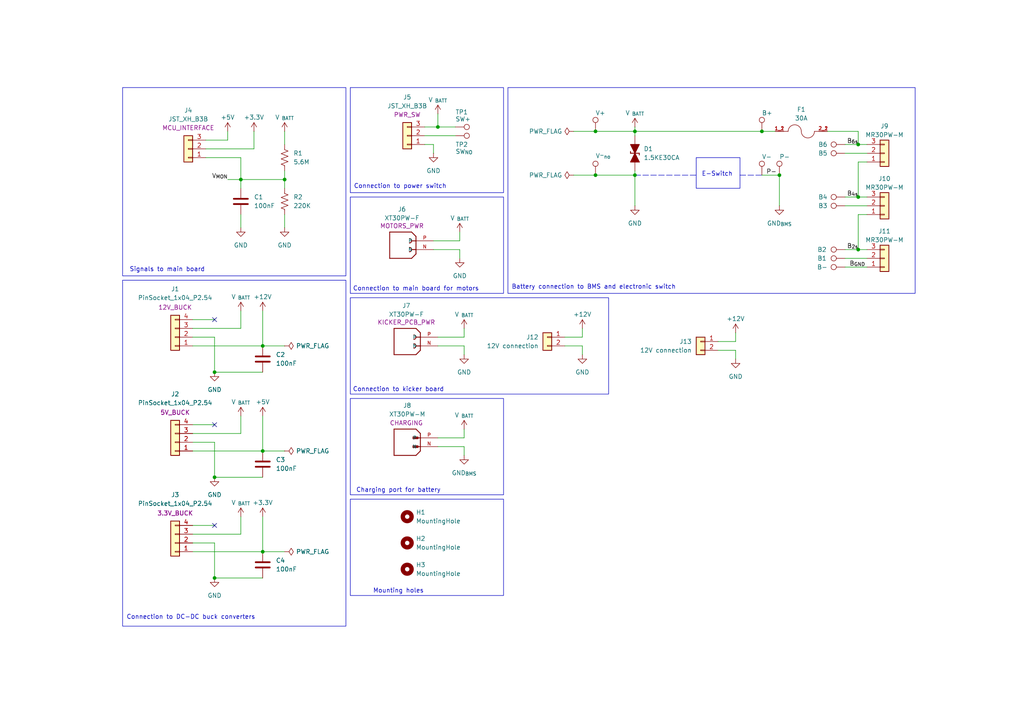
<source format=kicad_sch>
(kicad_sch (version 20250114) (generator "eeschema") (generator_version "9.0")
  (paper "A4")
  (title_block (title "SSL power board") (date "2025-10-02") (rev "V01") (company "Oxebots") (comment 1 "https://creativecommons.org/licenses/by/4.0/") (comment 2 "License: CC BY 4.0 ") (comment 3 "Author: Erick Suzart"))
  (lib_symbols
    (symbol "3557-10:3557-10" (pin_names (offset 1.016))
      (property "Reference" "F" (at -2.54 5.08 0))
      (property "Value" "3557-10" (at -2.54 -5.08 0))
      (symbol "3557-10_0_0"
        (polyline (pts (xy -5.08 0) (xy -3.81 0)) (stroke (width 0.1524)))
        (arc (start -3.81 0) (mid -1.905 1.8967) (end 0 0) (stroke (width 0.1524)))
        (arc (start 3.81 0) (mid 1.905 -1.8967) (end 0 0) (stroke (width 0.1524)))
        (polyline (pts (xy 5.08 0) (xy 3.81 0)) (stroke (width 0.1524)))
        (pin passive line (at -7.62 0 0) (length 2.54) (name "~") (number "1_1"))
        (pin passive line (at -7.62 0 0) (length 2.54) (name "~") (number "1_2"))
        (pin passive line (at 7.62 0 180) (length 2.54) (name "~") (number "2_1"))
        (pin passive line (at 7.62 0 180) (length 2.54) (name "~") (number "2_2"))
      )
    )
    (symbol "Connector:TestPoint" (pin_numbers (hide yes)) (pin_names (offset 0.762) (hide yes))
      (property "Reference" "TP" (at 0 6.858 0))
      (property "Value" "TestPoint" (at 0 5.08 0))
      (symbol "TestPoint_0_1"
        (circle (center 0 3.302) (radius 0.762))
      )
      (symbol "TestPoint_1_1"
        (pin passive line (at 0 0 90) (length 2.54) (name "1") (number "1"))
      )
    )
    (symbol "Connector_Generic:Conn_01x02" (pin_names (offset 1.016) (hide yes))
      (property "Reference" "J" (at 0 2.54 0))
      (property "Value" "Conn_01x02" (at 0 -5.08 0))
      (symbol "Conn_01x02_1_1"
        (rectangle (start -1.27 1.27) (end 1.27 -3.81) (stroke (width 0.254)) (fill (type background)))
        (rectangle (start -1.27 0.127) (end 0 -0.127) (stroke (width 0.1524)))
        (rectangle (start -1.27 -2.413) (end 0 -2.667) (stroke (width 0.1524)))
        (pin passive line (at -5.08 0 0) (length 3.81) (name "Pin_1") (number "1"))
        (pin passive line (at -5.08 -2.54 0) (length 3.81) (name "Pin_2") (number "2"))
      )
    )
    (symbol "Connector_Generic:Conn_01x03" (pin_names (offset 1.016) (hide yes))
      (property "Reference" "J" (at 0 5.08 0))
      (property "Value" "Conn_01x03" (at 0 -5.08 0))
      (symbol "Conn_01x03_1_1"
        (rectangle (start -1.27 3.81) (end 1.27 -3.81) (stroke (width 0.254)) (fill (type background)))
        (rectangle (start -1.27 2.667) (end 0 2.413) (stroke (width 0.1524)))
        (rectangle (start -1.27 0.127) (end 0 -0.127) (stroke (width 0.1524)))
        (rectangle (start -1.27 -2.413) (end 0 -2.667) (stroke (width 0.1524)))
        (pin passive line (at -5.08 2.54 0) (length 3.81) (name "Pin_1") (number "1"))
        (pin passive line (at -5.08 0 0) (length 3.81) (name "Pin_2") (number "2"))
        (pin passive line (at -5.08 -2.54 0) (length 3.81) (name "Pin_3") (number "3"))
      )
    )
    (symbol "Connector_Generic:Conn_01x04" (pin_names (offset 1.016) (hide yes))
      (property "Reference" "J" (at 0 5.08 0))
      (property "Value" "Conn_01x04" (at 0 -7.62 0))
      (symbol "Conn_01x04_1_1"
        (rectangle (start -1.27 3.81) (end 1.27 -6.35) (stroke (width 0.254)) (fill (type background)))
        (rectangle (start -1.27 2.667) (end 0 2.413) (stroke (width 0.1524)))
        (rectangle (start -1.27 0.127) (end 0 -0.127) (stroke (width 0.1524)))
        (rectangle (start -1.27 -2.413) (end 0 -2.667) (stroke (width 0.1524)))
        (rectangle (start -1.27 -4.953) (end 0 -5.207) (stroke (width 0.1524)))
        (pin passive line (at -5.08 2.54 0) (length 3.81) (name "Pin_1") (number "1"))
        (pin passive line (at -5.08 0 0) (length 3.81) (name "Pin_2") (number "2"))
        (pin passive line (at -5.08 -2.54 0) (length 3.81) (name "Pin_3") (number "3"))
        (pin passive line (at -5.08 -5.08 0) (length 3.81) (name "Pin_4") (number "4"))
      )
    )
    (symbol "Device:R_US" (pin_numbers (hide yes)) (pin_names (offset 0))
      (property "Reference" "R" (at 2.54 0 90))
      (property "Value" "R_US" (at -2.54 0 90))
      (symbol "R_US_0_1"
        (polyline (pts (xy 0 2.286) (xy 0 2.54)))
        (polyline (pts (xy 0 2.286) (xy 1.016 1.905) (xy 0 1.524) (xy -1.016 1.143) (xy 0 0.762)))
        (polyline (pts (xy 0 0.762) (xy 1.016 0.381) (xy 0 0) (xy -1.016 -0.381) (xy 0 -0.762)))
        (polyline (pts (xy 0 -0.762) (xy 1.016 -1.143) (xy 0 -1.524) (xy -1.016 -1.905) (xy 0 -2.286)))
        (polyline (pts (xy 0 -2.286) (xy 0 -2.54)))
      )
      (symbol "R_US_1_1"
        (pin passive line (at 0 3.81 270) (length 1.27) (name "~") (number "1"))
        (pin passive line (at 0 -3.81 90) (length 1.27) (name "~") (number "2"))
      )
    )
    (symbol "Mechanical:MountingHole" (pin_names (offset 1.016)) (in_bom no)
      (property "Reference" "H" (at 0 5.08 0))
      (property "Value" "MountingHole" (at 0 3.175 0))
      (symbol "MountingHole_0_1"
        (circle (center 0 0) (radius 1.27) (stroke (width 1.27)))
      )
    )
    (symbol "PCM_Capacitor_AKL:C_Generic" (pin_numbers (hide yes)) (pin_names (offset 0.254))
      (property "Reference" "C" (at 3.175 1.27 0))
      (property "Value" "C_Generic" (at 3.175 -1.27 0))
      (symbol "C_Generic_0_1"
        (polyline (pts (xy -2.032 0.762) (xy 2.032 0.762)) (stroke (width 0.508)))
        (polyline (pts (xy -2.032 -0.762) (xy 2.032 -0.762)) (stroke (width 0.508)))
      )
      (symbol "C_Generic_0_2"
        (polyline (pts (xy -2.54 -2.54) (xy -0.381 -0.381)))
        (polyline (pts (xy -0.508 -0.508) (xy -1.651 0.635)) (stroke (width 0.508)))
        (polyline (pts (xy -0.508 -0.508) (xy 0.635 -1.651)) (stroke (width 0.508)))
        (polyline (pts (xy 0.381 0.381) (xy 2.54 2.54)))
        (polyline (pts (xy 0.508 0.508) (xy -0.635 1.651)) (stroke (width 0.508)))
        (polyline (pts (xy 0.508 0.508) (xy 1.651 -0.635)) (stroke (width 0.508)))
      )
      (symbol "C_Generic_1_1"
        (pin passive line (at 0 3.81 270) (length 2.794) (name "~") (number "1"))
        (pin passive line (at 0 -3.81 90) (length 2.794) (name "~") (number "2"))
      )
      (symbol "C_Generic_1_2"
        (pin passive line (at -2.54 -2.54 90) (length 0) (name "~") (number "2"))
        (pin passive line (at 2.54 2.54 270) (length 0) (name "~") (number "1"))
      )
    )
    (symbol "PCM_Diode_TVS_AKL:1.5KE30CA" (pin_numbers (hide yes)) (pin_names (offset 1.016) (hide yes))
      (property "Reference" "D" (at 0 5.08 0))
      (property "Value" "1.5KE30CA" (at 0 2.54 0))
      (symbol "1.5KE30CA_0_1"
        (polyline (pts (xy 0 1.27) (xy 0 -1.27)) (stroke (width 0.254)))
        (polyline (pts (xy 0 1.27) (xy 0.508 1.27)) (stroke (width 0.254)))
        (polyline (pts (xy 0 0) (xy -2.54 1.27) (xy -2.54 -1.27) (xy 0 0)) (stroke (width 0.254)) (fill (type outline)))
        (polyline (pts (xy 0 -1.27) (xy -0.508 -1.27)) (stroke (width 0.254)))
        (polyline (pts (xy 1.27 0) (xy -1.27 0)))
        (polyline (pts (xy 2.54 1.27) (xy 2.54 -1.27) (xy 0 0) (xy 2.54 1.27)) (stroke (width 0.254)) (fill (type outline)))
      )
      (symbol "1.5KE30CA_0_2"
        (polyline (pts (xy -3.81 -3.81) (xy 3.81 3.81)))
        (polyline (pts (xy -1.778 -1.778) (xy -2.667 -0.889) (xy 0 0) (xy -0.889 -2.667) (xy -1.778 -1.778)) (stroke (width 0.254)) (fill (type outline)))
        (polyline (pts (xy -0.889 0.889) (xy -1.27 0.508)) (stroke (width 0.254)))
        (polyline (pts (xy -0.889 0.889) (xy 0.889 -0.889)) (stroke (width 0.254)))
        (polyline (pts (xy 0.889 -0.889) (xy 1.27 -0.508)) (stroke (width 0.254)))
        (polyline (pts (xy 1.778 1.778) (xy 2.667 0.889) (xy 0 0) (xy 0.889 2.667) (xy 1.778 1.778)) (stroke (width 0.254)) (fill (type outline)))
      )
      (symbol "1.5KE30CA_1_1"
        (pin passive line (at -5.08 0 0) (length 2.54) (name "K") (number "1"))
        (pin passive line (at 5.08 0 180) (length 2.54) (name "A") (number "2"))
      )
      (symbol "1.5KE30CA_1_2"
        (pin passive line (at -3.81 -3.81 0) (length 0) (name "A") (number "2"))
        (pin passive line (at 3.81 3.81 180) (length 0) (name "K") (number "1"))
      )
    )
    (symbol "XT30PW-M:XT30PW-M" (pin_names (offset 1.016))
      (property "Reference" "J" (at -7.62 3.302 0))
      (property "Value" "XT30PW-M" (at -7.62 -7.62 0))
      (symbol "XT30PW-M_0_0"
        (polyline (pts (xy -7.62 2.54) (xy -1.27 2.54)) (stroke (width 0.254)))
        (polyline (pts (xy -7.62 -5.08) (xy -7.62 2.54)) (stroke (width 0.254)))
        (rectangle (start -2.2225 -0.3175) (end -0.635 0.3175) (stroke (width 0.1)) (fill (type outline)))
        (rectangle (start -2.2225 -2.8575) (end -0.635 -2.2225) (stroke (width 0.1)) (fill (type outline)))
        (polyline (pts (xy -1.27 -5.08) (xy -7.62 -5.08)) (stroke (width 0.254)))
        (polyline (pts (xy 0 1.27) (xy -1.27 2.54)) (stroke (width 0.254)))
        (polyline (pts (xy 0 1.27) (xy 0 0)) (stroke (width 0.254)))
        (polyline (pts (xy 0 0) (xy -1.905 0)) (stroke (width 0.254)))
        (polyline (pts (xy 0 0) (xy 0 -3.81)) (stroke (width 0.254)))
        (polyline (pts (xy 0 -2.54) (xy -1.905 -2.54)) (stroke (width 0.254)))
        (polyline (pts (xy 0 -3.81) (xy -1.27 -5.08)) (stroke (width 0.254)))
        (pin power_in line (at 5.08 0 180) (length 5.08) (name "P") (number "P"))
        (pin power_in line (at 5.08 -2.54 180) (length 5.08) (name "N") (number "N"))
      )
    )
    (symbol "oxebots:XT30PW-F" (pin_names (offset 1.016))
      (property "Reference" "J" (at -7.62 3.81 0))
      (property "Value" "XT30PW-F" (at -7.62 -7.62 0))
      (symbol "XT30PW-F_0_0"
        (polyline (pts (xy -7.62 2.54) (xy -1.27 2.54)) (stroke (width 0.254)))
        (polyline (pts (xy -7.62 -5.08) (xy -7.62 2.54)) (stroke (width 0.254)))
        (arc (start -1.905 0.635) (mid -1.2727 0) (end -1.905 -0.635) (stroke (width 0.254)))
        (arc (start -1.905 -1.905) (mid -1.2727 -2.54) (end -1.905 -3.175) (stroke (width 0.254)))
        (polyline (pts (xy -1.27 -5.08) (xy -7.62 -5.08)) (stroke (width 0.254)))
        (polyline (pts (xy 0 1.27) (xy -1.27 2.54)) (stroke (width 0.254)))
        (polyline (pts (xy 0 1.27) (xy 0 0)) (stroke (width 0.254)))
        (polyline (pts (xy 0 0) (xy -1.27 0)) (stroke (width 0.254)))
        (polyline (pts (xy 0 0) (xy 0 -3.81)) (stroke (width 0.254)))
        (polyline (pts (xy 0 -2.54) (xy -1.27 -2.54)) (stroke (width 0.254)))
        (polyline (pts (xy 0 -3.81) (xy -1.27 -5.08)) (stroke (width 0.254)))
        (pin power_in line (at 5.08 0 180) (length 5.08) (name "P") (number "P"))
        (pin power_in line (at 5.08 -2.54 180) (length 5.08) (name "N") (number "N"))
      )
    )
    (symbol "power:GND" (power) (pin_numbers (hide yes)) (pin_names (offset 0) (hide yes))
      (property "Value" "GND" (at 0 -3.81 0))
      (symbol "GND_0_1"
        (polyline (pts (xy 0 0) (xy 0 -1.27) (xy 1.27 -1.27) (xy 0 -2.54) (xy -1.27 -1.27) (xy 0 -1.27)))
      )
      (symbol "GND_1_1"
        (pin power_in line (at 0 0 270) (length 0) (name "~") (number "1"))
      )
    )
    (symbol "power:PWR_FLAG" (power) (pin_numbers (hide yes)) (pin_names (offset 0) (hide yes))
      (property "Value" "PWR_FLAG" (at 0 3.81 0))
      (symbol "PWR_FLAG_0_0"
        (pin power_out line (at 0 0 90) (length 0) (name "~") (number "1"))
      )
      (symbol "PWR_FLAG_0_1"
        (polyline (pts (xy 0 0) (xy 0 1.27) (xy -1.016 1.905) (xy 0 2.54) (xy 1.016 1.905) (xy 0 1.27)))
      )
    )
    (symbol "power:VCC" (power) (pin_numbers (hide yes)) (pin_names (offset 0) (hide yes))
      (property "Value" "VCC" (at 0 3.556 0))
      (symbol "VCC_0_1"
        (polyline (pts (xy -0.762 1.27) (xy 0 2.54)))
        (polyline (pts (xy 0 2.54) (xy 0.762 1.27)))
        (polyline (pts (xy 0 0) (xy 0 2.54)))
      )
      (symbol "VCC_1_1"
        (pin power_in line (at 0 0 90) (length 0) (name "~") (number "1"))
      )
    )
  )
  (rectangle (start 101.6 86.36) (end 176.53 114.3))
  (rectangle (start 201.93 45.7199) (end 214.63 54.61))
  (rectangle (start 101.6 144.78) (end 146.05 172.72))
  (rectangle (start 147.32 25.4) (end 265.43 85.09))
  (rectangle (start 101.6 115.57) (end 146.05 143.51))
  (rectangle (start 35.56 25.4) (end 100.33 80.01))
  (rectangle (start 35.56 81.28) (end 100.33 181.61))
  (rectangle (start 101.6 25.4) (end 146.05 55.88))
  (rectangle (start 101.6 57.15) (end 146.05 85.09))
  (text "Connection to DC-DC buck converters\n" (at 55.372 179.07 0) (effects (font (size 1.27 1.27))))
  (text "Connection to main board for motors" (at 120.65 83.82 0) (effects (font (size 1.27 1.27))))
  (text "Charging port for battery" (at 115.57 142.24 0) (effects (font (size 1.27 1.27))))
  (text "Signals to main board" (at 48.514 78.232 0) (effects (font (size 1.27 1.27))))
  (text "E-Switch" (at 208.026 50.546 0) (effects (font (size 1.27 1.27))))
  (text "Battery connection to BMS and electronic switch" (at 172.212 83.312 0) (effects (font (size 1.27 1.27))))
  (text "Mounting holes\n" (at 115.57 171.45 0) (effects (font (size 1.27 1.27))))
  (text "Connection to kicker board" (at 115.57 113.03 0) (effects (font (size 1.27 1.27))))
  (text "Connection to power switch" (at 116.078 54.102 0) (effects (font (size 1.27 1.27))))
  (junction (at 82.55 52.07))
  (junction (at 248.92 57.15))
  (junction (at 184.15 38.1))
  (junction (at 76.2 160.02))
  (junction (at 62.23 107.95))
  (junction (at 76.2 130.81))
  (junction (at 127 36.83))
  (junction (at 220.98 38.1))
  (junction (at 62.23 167.64))
  (junction (at 172.72 38.1))
  (junction (at 62.23 138.43))
  (junction (at 248.92 72.39))
  (junction (at 248.92 41.91))
  (junction (at 226.06 50.8))
  (junction (at 172.72 50.8))
  (junction (at 76.2 100.33))
  (junction (at 184.15 50.8))
  (junction (at 69.85 52.07))
  (no_connect (at 62.23 152.4))
  (no_connect (at 62.23 123.19))
  (no_connect (at 62.23 92.71))
  (wire (pts (xy 55.88 123.19) (xy 62.23 123.19)))
  (wire (pts (xy 226.06 50.8) (xy 226.06 59.69)))
  (polyline (pts (xy 214.63 50.8) (xy 220.98 50.8)) (stroke (width 0) (type dash)))
  (wire (pts (xy 123.19 39.37) (xy 132.08 39.37)))
  (wire (pts (xy 125.73 41.91) (xy 123.19 41.91)))
  (wire (pts (xy 245.11 77.47) (xy 251.46 77.47)))
  (wire (pts (xy 220.98 50.8) (xy 226.06 50.8)))
  (wire (pts (xy 62.23 97.79) (xy 62.23 107.95)))
  (wire (pts (xy 134.62 102.87) (xy 134.62 100.33)))
  (wire (pts (xy 66.04 52.07) (xy 69.85 52.07)))
  (wire (pts (xy 55.88 95.25) (xy 69.85 95.25)))
  (wire (pts (xy 66.04 40.64) (xy 66.04 38.1)))
  (wire (pts (xy 245.11 74.93) (xy 251.46 74.93)))
  (wire (pts (xy 69.85 95.25) (xy 69.85 90.17)))
  (wire (pts (xy 55.88 128.27) (xy 62.23 128.27)))
  (wire (pts (xy 248.92 62.23) (xy 251.46 62.23)))
  (wire (pts (xy 55.88 152.4) (xy 62.23 152.4)))
  (wire (pts (xy 248.92 41.91) (xy 251.46 41.91)))
  (wire (pts (xy 82.55 38.1) (xy 82.55 41.91)))
  (wire (pts (xy 248.92 62.23) (xy 248.92 72.39)))
  (wire (pts (xy 184.15 36.83) (xy 184.15 38.1)))
  (wire (pts (xy 123.19 36.83) (xy 127 36.83)))
  (wire (pts (xy 62.23 157.48) (xy 62.23 167.64)))
  (wire (pts (xy 248.92 46.99) (xy 251.46 46.99)))
  (wire (pts (xy 69.85 125.73) (xy 69.85 120.65)))
  (wire (pts (xy 168.91 97.79) (xy 163.83 97.79)))
  (wire (pts (xy 127 100.33) (xy 134.62 100.33)))
  (wire (pts (xy 125.73 72.39) (xy 133.35 72.39)))
  (wire (pts (xy 251.46 72.39) (xy 248.92 72.39)))
  (wire (pts (xy 245.11 41.91) (xy 248.92 41.91)))
  (wire (pts (xy 62.23 107.95) (xy 76.2 107.95)))
  (wire (pts (xy 125.73 69.85) (xy 133.35 69.85)))
  (wire (pts (xy 168.91 102.87) (xy 168.91 100.33)))
  (wire (pts (xy 55.88 125.73) (xy 69.85 125.73)))
  (wire (pts (xy 248.92 38.1) (xy 248.92 41.91)))
  (wire (pts (xy 245.11 59.69) (xy 251.46 59.69)))
  (wire (pts (xy 213.36 99.06) (xy 213.36 96.52)))
  (wire (pts (xy 134.62 95.25) (xy 134.62 97.79)))
  (wire (pts (xy 127 129.54) (xy 134.62 129.54)))
  (wire (pts (xy 240.03 38.1) (xy 248.92 38.1)))
  (wire (pts (xy 134.62 124.46) (xy 134.62 127)))
  (wire (pts (xy 59.69 45.72) (xy 69.85 45.72)))
  (wire (pts (xy 127 97.79) (xy 134.62 97.79)))
  (wire (pts (xy 125.73 44.45) (xy 125.73 41.91)))
  (wire (pts (xy 69.85 62.23) (xy 69.85 66.04)))
  (wire (pts (xy 62.23 167.64) (xy 76.2 167.64)))
  (wire (pts (xy 76.2 100.33) (xy 76.2 90.17)))
  (wire (pts (xy 248.92 46.99) (xy 248.92 57.15)))
  (wire (pts (xy 62.23 138.43) (xy 76.2 138.43)))
  (wire (pts (xy 184.15 49.53) (xy 184.15 50.8)))
  (wire (pts (xy 172.72 38.1) (xy 166.37 38.1)))
  (wire (pts (xy 163.83 100.33) (xy 168.91 100.33)))
  (wire (pts (xy 245.11 72.39) (xy 248.92 72.39)))
  (wire (pts (xy 55.88 100.33) (xy 76.2 100.33)))
  (wire (pts (xy 76.2 100.33) (xy 82.55 100.33)))
  (wire (pts (xy 133.35 67.31) (xy 133.35 69.85)))
  (wire (pts (xy 69.85 52.07) (xy 69.85 54.61)))
  (wire (pts (xy 213.36 104.14) (xy 213.36 101.6)))
  (wire (pts (xy 127 33.02) (xy 127 36.83)))
  (wire (pts (xy 208.28 101.6) (xy 213.36 101.6)))
  (wire (pts (xy 55.88 92.71) (xy 62.23 92.71)))
  (wire (pts (xy 245.11 44.45) (xy 251.46 44.45)))
  (wire (pts (xy 184.15 38.1) (xy 184.15 39.37)))
  (wire (pts (xy 76.2 130.81) (xy 76.2 120.65)))
  (wire (pts (xy 69.85 154.94) (xy 69.85 149.86)))
  (wire (pts (xy 55.88 160.02) (xy 76.2 160.02)))
  (wire (pts (xy 76.2 130.81) (xy 82.55 130.81)))
  (wire (pts (xy 76.2 160.02) (xy 76.2 149.86)))
  (wire (pts (xy 220.98 38.1) (xy 224.79 38.1)))
  (wire (pts (xy 59.69 40.64) (xy 66.04 40.64)))
  (wire (pts (xy 245.11 57.15) (xy 248.92 57.15)))
  (wire (pts (xy 62.23 128.27) (xy 62.23 138.43)))
  (wire (pts (xy 184.15 50.8) (xy 184.15 59.69)))
  (wire (pts (xy 69.85 52.07) (xy 82.55 52.07)))
  (wire (pts (xy 55.88 154.94) (xy 69.85 154.94)))
  (wire (pts (xy 55.88 97.79) (xy 62.23 97.79)))
  (wire (pts (xy 127 36.83) (xy 132.08 36.83)))
  (wire (pts (xy 172.72 50.8) (xy 166.37 50.8)))
  (wire (pts (xy 133.35 74.93) (xy 133.35 72.39)))
  (wire (pts (xy 69.85 45.72) (xy 69.85 52.07)))
  (wire (pts (xy 168.91 97.79) (xy 168.91 95.25)))
  (wire (pts (xy 73.66 38.1) (xy 73.66 43.18)))
  (wire (pts (xy 59.69 43.18) (xy 73.66 43.18)))
  (wire (pts (xy 172.72 50.8) (xy 184.15 50.8)))
  (wire (pts (xy 184.15 38.1) (xy 220.98 38.1)))
  (polyline (pts (xy 184.15 50.8) (xy 201.93 50.8)) (stroke (width 0) (type dash)))
  (wire (pts (xy 82.55 49.53) (xy 82.55 52.07)))
  (wire (pts (xy 55.88 130.81) (xy 76.2 130.81)))
  (wire (pts (xy 134.62 132.08) (xy 134.62 129.54)))
  (wire (pts (xy 55.88 157.48) (xy 62.23 157.48)))
  (wire (pts (xy 82.55 62.23) (xy 82.55 66.04)))
  (wire (pts (xy 76.2 160.02) (xy 82.55 160.02)))
  (wire (pts (xy 172.72 38.1) (xy 184.15 38.1)))
  (wire (pts (xy 127 127) (xy 134.62 127)))
  (wire (pts (xy 82.55 52.07) (xy 82.55 54.61)))
  (wire (pts (xy 251.46 57.15) (xy 248.92 57.15)))
  (wire (pts (xy 213.36 99.06) (xy 208.28 99.06)))
  (label "B_{GND}" (at 246.38 77.47 0))
  (label "P-" (at 222.25 50.8 0))
  (label "B_{4s}" (at 248.92 57.15 180))
  (label "B_{2s}" (at 248.92 72.39 180))
  (label "V_{MON}" (at 66.04 52.07 180))
  (label "B_{6s}" (at 248.92 41.91 180))
  (symbol (lib_id "power:VCC") (at 76.2 120.65 0) (unit 1)
    (property "Reference" "#PWR011" (effects (hide yes)))
    (property "Value" "+5V" (at 76.2 116.586 0))
    (property "Description" "Power symbol creates a global label with name \"VCC\"" (effects (hide yes)))
  )
  (symbol (lib_id "power:VCC") (at 213.36 96.52 0) (mirror y) (unit 1)
    (property "Reference" "#PWR028" (effects (hide yes)))
    (property "Value" "+12V" (at 213.36 92.456 0))
    (property "Description" "Power symbol creates a global label with name \"VCC\"" (effects (hide yes)))
  )
  (symbol (lib_id "power:VCC") (at 69.85 90.17 0) (unit 1)
    (property "Reference" "#PWR06" (effects (hide yes)))
    (property "Value" "V_{ BATT}" (at 69.85 86.106 0))
    (property "Description" "Power symbol creates a global label with name \"VCC\"" (effects (hide yes)))
  )
  (symbol (lib_id "Connector:TestPoint") (at 245.11 44.45 90) (mirror x) (unit 1)
    (property "Reference" "TP9" (effects (hide yes)))
    (property "Value" "B5" (at 240.03 44.45 90) (effects (justify left)))
    (property "Footprint" "TestPoint:TestPoint_THTPad_D2.0mm_Drill1.0mm" (effects (hide yes)))
    (property "Description" "test point" (effects (hide yes)))
  )
  (symbol (lib_id "Mechanical:MountingHole") (at 118.11 165.1 0) (unit 1) (in_bom no)
    (property "Reference" "H3" (at 120.65 163.8299 0) (effects (justify left)))
    (property "Value" "MountingHole" (at 120.65 166.3699 0) (effects (justify left)))
    (property "Footprint" "MountingHole:MountingHole_3.2mm_M3" (effects (hide yes)))
    (property "Description" "Mounting Hole without connection" (effects (hide yes)))
  )
  (symbol (lib_id "power:VCC") (at 134.62 95.25 0) (unit 1)
    (property "Reference" "#PWR019" (effects (hide yes)))
    (property "Value" "V_{ BATT}" (at 134.62 91.186 0))
    (property "Description" "Power symbol creates a global label with name \"VCC\"" (effects (hide yes)))
  )
  (symbol (lib_id "power:VCC") (at 69.85 149.86 0) (unit 1)
    (property "Reference" "#PWR08" (effects (hide yes)))
    (property "Value" "V_{ BATT}" (at 69.85 145.796 0))
    (property "Description" "Power symbol creates a global label with name \"VCC\"" (effects (hide yes)))
  )
  (symbol (lib_id "Connector_Generic:Conn_01x03") (at 256.54 74.93 0) (mirror x) (unit 1)
    (property "Reference" "J11" (at 256.54 67.056 0))
    (property "Value" "MR30PW-M" (at 256.54 69.596 0))
    (property "Footprint" "oxebots_connectors:AMASS_MR30PW-M_1x03_P3.50mm_Horizontal" (effects (hide yes)))
    (property "Datasheet" "https://jlcpcb.com/partdetail/Changzhou_AmassElec-MR30PW_M30_GY/C19268036" (effects (hide yes)))
    (property "Description" "Generic connector, single row, 01x03, script generated (kicad-library-utils/schlib/autogen/connector/)" (effects (hide yes)))
  )
  (symbol (lib_id "power:PWR_FLAG") (at 82.55 130.81 270) (unit 1)
    (property "Reference" "#FLG02" (effects (hide yes)))
    (property "Value" "PWR_FLAG" (at 90.678 130.81 90))
    (property "Description" "Special symbol for telling ERC where power comes from" (effects (hide yes)))
  )
  (symbol (lib_id "Connector_Generic:Conn_01x03") (at 118.11 39.37 180) (unit 1)
    (property "Reference" "J5" (at 118.11 28.194 0))
    (property "Value" "JST_XH_B3B" (at 118.11 30.734 0))
    (property "Footprint" "Connector_JST:JST_XH_B3B-XH-A_1x03_P2.50mm_Vertical" (effects (hide yes)))
    (property "Description" "Generic connector, single row, 01x03, script generated (kicad-library-utils/schlib/autogen/connector/)" (effects (hide yes)))
    (property "Label" "PWR_SW" (at 118.11 33.274 0))
  )
  (symbol (lib_id "Connector:TestPoint") (at 172.72 38.1 0) (unit 1)
    (property "Reference" "TP3" (effects (hide yes)))
    (property "Value" "V+" (at 172.72 32.766 0) (effects (justify left)))
    (property "Footprint" "TestPoint:TestPoint_Pad_D2.5mm" (effects (hide yes)))
    (property "Description" "test point" (effects (hide yes)))
  )
  (symbol (lib_id "Connector_Generic:Conn_01x03") (at 256.54 59.69 0) (mirror x) (unit 1)
    (property "Reference" "J10" (at 256.54 51.816 0))
    (property "Value" "MR30PW-M" (at 256.54 54.356 0))
    (property "Footprint" "oxebots_connectors:AMASS_MR30PW-M_1x03_P3.50mm_Horizontal" (effects (hide yes)))
    (property "Datasheet" "https://jlcpcb.com/partdetail/Changzhou_AmassElec-MR30PW_M30_GY/C19268036" (effects (hide yes)))
    (property "Description" "Generic connector, single row, 01x03, script generated (kicad-library-utils/schlib/autogen/connector/)" (effects (hide yes)))
  )
  (symbol (lib_id "power:GND") (at 69.85 66.04 0) (unit 1)
    (property "Reference" "#PWR05" (effects (hide yes)))
    (property "Value" "GND" (at 69.85 71.12 0))
    (property "Description" "Power symbol creates a global label with name \"GND\" , ground" (effects (hide yes)))
  )
  (symbol (lib_id "Connector:TestPoint") (at 220.98 38.1 0) (unit 1)
    (property "Reference" "TP5" (effects (hide yes)))
    (property "Value" "B+" (at 220.98 32.766 0) (effects (justify left)))
    (property "Footprint" "TestPoint:TestPoint_Pad_D2.5mm" (effects (hide yes)))
    (property "Description" "test point" (effects (hide yes)))
  )
  (symbol (lib_id "XT30PW-M:XT30PW-M") (at 121.92 127 0) (unit 1)
    (property "Reference" "J8" (at 118.11 117.602 0))
    (property "Value" "XT30PW-M" (at 118.11 120.142 0))
    (property "Footprint" "oxebots_connectors:AMASS_XT30PW-M" (effects (hide yes)))
    (property "MF" "AMASS" (effects (hide yes)))
    (property "MAXIMUM_PACKAGE_HEIGHT" "5 mm" (effects (hide yes)))
    (property "Package" "None" (effects (hide yes)))
    (property "Price" "None" (effects (hide yes)))
    (property "Check_prices" "https://www.snapeda.com/parts/XT30PW-M/AMASS/view-part/?ref=eda" (effects (hide yes)))
    (property "STANDARD" "Manufacturer Recommendations" (effects (hide yes)))
    (property "PARTREV" "1.2" (effects (hide yes)))
    (property "SnapEDA_Link" "https://www.snapeda.com/parts/XT30PW-M/AMASS/view-part/?ref=snap" (effects (hide yes)))
    (property "MP" "XT30PW-M" (effects (hide yes)))
    (property "Description_1" "Socket; DC supply; XT30; male; PIN: 2; on PCBs; THT; Colour: yellow" (effects (hide yes)))
    (property "MANUFACTURER" "Amass" (effects (hide yes)))
    (property "Availability" "Not in stock" (effects (hide yes)))
    (property "SNAPEDA_PN" "XT30PW-M" (effects (hide yes)))
    (property "Label" "CHARGING" (at 117.856 122.682 0))
  )
  (symbol (lib_id "power:VCC") (at 76.2 149.86 0) (unit 1)
    (property "Reference" "#PWR012" (effects (hide yes)))
    (property "Value" "+3.3V" (at 76.2 145.796 0))
    (property "Description" "Power symbol creates a global label with name \"VCC\"" (effects (hide yes)))
  )
  (symbol (lib_id "Connector:TestPoint") (at 245.11 77.47 90) (mirror x) (unit 1)
    (property "Reference" "TP14" (effects (hide yes)))
    (property "Value" "B-" (at 238.506 77.47 90))
    (property "Footprint" "Connector_Wire:SolderWirePad_1x01_SMD_5x10mm" (effects (hide yes)))
    (property "Description" "test point" (effects (hide yes)))
  )
  (symbol (lib_id "Connector:TestPoint") (at 245.11 74.93 90) (mirror x) (unit 1)
    (property "Reference" "TP13" (effects (hide yes)))
    (property "Value" "B1" (at 239.776 74.93 90) (effects (justify left)))
    (property "Footprint" "TestPoint:TestPoint_THTPad_D2.0mm_Drill1.0mm" (effects (hide yes)))
    (property "Description" "test point" (effects (hide yes)))
  )
  (symbol (lib_id "power:GND") (at 168.91 102.87 0) (unit 1)
    (property "Reference" "#PWR027" (effects (hide yes)))
    (property "Value" "GND" (at 168.91 107.95 0))
    (property "Description" "Power symbol creates a global label with name \"GND\" , ground" (effects (hide yes)))
  )
  (symbol (lib_id "Connector_Generic:Conn_01x04") (at 50.8 97.79 180) (unit 1)
    (property "Reference" "J1" (at 50.8 83.82 0))
    (property "Value" "PinSocket_1x04_P2.54" (at 50.8 86.36 0))
    (property "Footprint" "Connector_PinSocket_2.54mm:PinSocket_1x04_P2.54mm_Vertical" (effects (hide yes)))
    (property "Description" "Generic connector, single row, 01x04, script generated (kicad-library-utils/schlib/autogen/connector/)" (effects (hide yes)))
    (property "Label" "12V_BUCK" (at 50.8 89.154 0))
  )
  (symbol (lib_id "power:VCC") (at 168.91 95.25 0) (mirror y) (unit 1)
    (property "Reference" "#PWR022" (effects (hide yes)))
    (property "Value" "+12V" (at 168.91 91.186 0))
    (property "Description" "Power symbol creates a global label with name \"VCC\"" (effects (hide yes)))
  )
  (symbol (lib_id "power:GND") (at 134.62 102.87 0) (unit 1)
    (property "Reference" "#PWR020" (effects (hide yes)))
    (property "Value" "GND" (at 134.62 107.95 0))
    (property "Description" "Power symbol creates a global label with name \"GND\" , ground" (effects (hide yes)))
  )
  (symbol (lib_id "power:PWR_FLAG") (at 82.55 160.02 270) (unit 1)
    (property "Reference" "#FLG03" (effects (hide yes)))
    (property "Value" "PWR_FLAG" (at 90.678 160.02 90))
    (property "Description" "Special symbol for telling ERC where power comes from" (effects (hide yes)))
  )
  (symbol (lib_id "Connector:TestPoint") (at 172.72 50.8 0) (unit 1)
    (property "Reference" "TP4" (effects (hide yes)))
    (property "Value" "V^{-}_{no}" (at 172.72 45.212 0) (effects (justify left)))
    (property "Footprint" "TestPoint:TestPoint_Pad_D2.5mm" (effects (hide yes)))
    (property "Description" "test point" (effects (hide yes)))
  )
  (symbol (lib_id "power:GND") (at 62.23 107.95 0) (unit 1)
    (property "Reference" "#PWR01" (effects (hide yes)))
    (property "Value" "GND" (at 62.23 113.03 0))
    (property "Description" "Power symbol creates a global label with name \"GND\" , ground" (effects (hide yes)))
  )
  (symbol (lib_id "Connector:TestPoint") (at 226.06 50.8 0) (unit 1)
    (property "Reference" "TP7" (effects (hide yes)))
    (property "Value" "P-" (at 226.06 45.466 0) (effects (justify left)))
    (property "Footprint" "Connector_Wire:SolderWirePad_1x01_SMD_5x10mm" (effects (hide yes)))
    (property "Description" "test point" (effects (hide yes)))
  )
  (symbol (lib_id "power:PWR_FLAG") (at 166.37 38.1 90) (unit 1)
    (property "Reference" "#FLG04" (effects (hide yes)))
    (property "Value" "PWR_FLAG" (at 158.242 38.1 90))
    (property "Description" "Special symbol for telling ERC where power comes from" (effects (hide yes)))
  )
  (symbol (lib_id "Connector:TestPoint") (at 132.08 36.83 270) (unit 1)
    (property "Reference" "TP1" (at 132.08 32.512 90) (effects (justify left)))
    (property "Value" "SW+" (at 132.08 34.544 90) (effects (justify left)))
    (property "Footprint" "TestPoint:TestPoint_Pad_D1.0mm" (effects (hide yes)))
    (property "Description" "test point" (effects (hide yes)))
  )
  (symbol (lib_id "Connector_Generic:Conn_01x04") (at 50.8 157.48 180) (unit 1)
    (property "Reference" "J3" (at 50.8 143.51 0))
    (property "Value" "PinSocket_1x04_P2.54" (at 50.8 146.05 0))
    (property "Footprint" "Connector_PinSocket_2.54mm:PinSocket_1x04_P2.54mm_Vertical" (effects (hide yes)))
    (property "Description" "Generic connector, single row, 01x04, script generated (kicad-library-utils/schlib/autogen/connector/)" (effects (hide yes)))
    (property "Label" "3.3V_BUCK" (at 50.8 148.844 0))
  )
  (symbol (lib_id "Device:R_US") (at 82.55 58.42 0) (unit 1)
    (property "Reference" "R2" (at 85.09 57.1499 0) (effects (justify left)))
    (property "Value" "220K" (at 85.09 59.6899 0) (effects (justify left)))
    (property "Footprint" "PCM_Resistor_THT_AKL:R_Axial_DIN0204_L3.6mm_D1.6mm_P5.08mm_Horizontal" (effects (hide yes)))
    (property "Description" "Resistor, US symbol" (effects (hide yes)))
  )
  (symbol (lib_id "power:VCC") (at 133.35 67.31 0) (unit 1)
    (property "Reference" "#PWR017" (effects (hide yes)))
    (property "Value" "V_{ BATT}" (at 133.35 63.246 0))
    (property "Description" "Power symbol creates a global label with name \"VCC\"" (effects (hide yes)))
  )
  (symbol (lib_id "Connector:TestPoint") (at 220.98 50.8 0) (unit 1)
    (property "Reference" "TP6" (effects (hide yes)))
    (property "Value" "V-" (at 220.98 45.466 0) (effects (justify left)))
    (property "Footprint" "TestPoint:TestPoint_Pad_D2.5mm" (effects (hide yes)))
    (property "Description" "test point" (effects (hide yes)))
  )
  (symbol (lib_id "PCM_Capacitor_AKL:C_Generic") (at 76.2 104.14 180) (unit 1)
    (property "Reference" "C2" (at 80.01 102.8699 0) (effects (justify right)))
    (property "Value" "100nF" (at 80.01 105.4099 0) (effects (justify right)))
    (property "Footprint" "PCM_Capacitor_THT_AKL:C_Disc_D5.0mm_W2.5mm_P5.00mm" (effects (hide yes)))
    (property "Description" "Unpolarized capacitor, Generic Symbol, Alternate KiCad Library" (effects (hide yes)))
  )
  (symbol (lib_id "power:VCC") (at 134.62 124.46 0) (unit 1)
    (property "Reference" "#PWR021" (effects (hide yes)))
    (property "Value" "V_{ BATT}" (at 134.62 120.396 0))
    (property "Description" "Power symbol creates a global label with name \"VCC\"" (effects (hide yes)))
  )
  (symbol (lib_id "power:PWR_FLAG") (at 82.55 100.33 270) (unit 1)
    (property "Reference" "#FLG01" (effects (hide yes)))
    (property "Value" "PWR_FLAG" (at 90.678 100.33 90))
    (property "Description" "Special symbol for telling ERC where power comes from" (effects (hide yes)))
  )
  (symbol (lib_id "Connector_Generic:Conn_01x02") (at 158.75 97.79 0) (mirror y) (unit 1)
    (property "Reference" "J12" (at 156.21 97.7899 0) (effects (justify left)))
    (property "Value" "12V connection" (at 156.21 100.3299 0) (effects (justify left)))
    (property "Footprint" "oxebots_connectors:JST_B2B-XH-A" (effects (hide yes)))
    (property "Description" "Generic connector, single row, 01x02, script generated (kicad-library-utils/schlib/autogen/connector/)" (effects (hide yes)))
  )
  (symbol (lib_id "PCM_Capacitor_AKL:C_Generic") (at 76.2 134.62 180) (unit 1)
    (property "Reference" "C3" (at 80.01 133.3499 0) (effects (justify right)))
    (property "Value" "100nF" (at 80.01 135.8899 0) (effects (justify right)))
    (property "Footprint" "PCM_Capacitor_THT_AKL:C_Disc_D5.0mm_W2.5mm_P5.00mm" (effects (hide yes)))
    (property "Description" "Unpolarized capacitor, Generic Symbol, Alternate KiCad Library" (effects (hide yes)))
  )
  (symbol (lib_id "PCM_Capacitor_AKL:C_Generic") (at 76.2 163.83 180) (unit 1)
    (property "Reference" "C4" (at 80.01 162.5599 0) (effects (justify right)))
    (property "Value" "100nF" (at 80.01 165.0999 0) (effects (justify right)))
    (property "Footprint" "PCM_Capacitor_THT_AKL:C_Disc_D5.0mm_W2.5mm_P5.00mm" (effects (hide yes)))
    (property "Description" "Unpolarized capacitor, Generic Symbol, Alternate KiCad Library" (effects (hide yes)))
  )
  (symbol (lib_id "power:GND") (at 184.15 59.69 0) (unit 1)
    (property "Reference" "#PWR024" (effects (hide yes)))
    (property "Value" "GND" (at 184.15 64.77 0))
    (property "Description" "Power symbol creates a global label with name \"GND\" , ground" (effects (hide yes)))
  )
  (symbol (lib_id "power:GND") (at 134.62 132.08 0) (mirror y) (unit 1)
    (property "Reference" "#PWR026" (effects (hide yes)))
    (property "Value" "GND_{BMS}" (at 134.62 137.16 0))
    (property "Description" "Power symbol creates a global label with name \"GND\" , ground" (effects (hide yes)))
  )
  (symbol (lib_id "power:GND") (at 213.36 104.14 0) (unit 1)
    (property "Reference" "#PWR029" (effects (hide yes)))
    (property "Value" "GND" (at 213.36 109.22 0))
    (property "Description" "Power symbol creates a global label with name \"GND\" , ground" (effects (hide yes)))
  )
  (symbol (lib_id "Connector:TestPoint") (at 245.11 72.39 90) (mirror x) (unit 1)
    (property "Reference" "TP12" (effects (hide yes)))
    (property "Value" "B2" (at 239.776 72.39 90) (effects (justify left)))
    (property "Footprint" "TestPoint:TestPoint_THTPad_D2.0mm_Drill1.0mm" (effects (hide yes)))
    (property "Description" "test point" (effects (hide yes)))
  )
  (symbol (lib_id "oxebots:XT30PW-F") (at 120.65 69.85 0) (unit 1)
    (property "Reference" "J6" (at 116.586 60.706 0))
    (property "Value" "XT30PW-F" (at 116.586 63.246 0))
    (property "Footprint" "oxebots_connectors:AMASS_XT30PW-F" (effects (hide yes)))
    (property "MF" "amass" (effects (hide yes)))
    (property "MAXIMUM_PACKAGE_HEIGHT" "5 mm" (effects (hide yes)))
    (property "Package" "None" (effects (hide yes)))
    (property "Price" "None" (effects (hide yes)))
    (property "Check_prices" "https://www.snapeda.com/parts/XT30PW-F/AMASS/view-part/?ref=eda" (effects (hide yes)))
    (property "STANDARD" "Manufacturer Recommendations" (effects (hide yes)))
    (property "PARTREV" "1.2" (effects (hide yes)))
    (property "SnapEDA_Link" "https://www.snapeda.com/parts/XT30PW-F/AMASS/view-part/?ref=snap" (effects (hide yes)))
    (property "MP" "XT30PW-F" (effects (hide yes)))
    (property "Description_1" "Socket; DC supply; XT30; female; PIN: 2; on PCBs; THT; yellow; 15A" (effects (hide yes)))
    (property "MANUFACTURER" "Amass" (effects (hide yes)))
    (property "Availability" "In Stock" (effects (hide yes)))
    (property "SNAPEDA_PN" "XT30PW-F" (effects (hide yes)))
    (property "Label" "MOTORS_PWR" (at 116.586 65.532 0))
  )
  (symbol (lib_id "power:PWR_FLAG") (at 166.37 50.8 90) (unit 1)
    (property "Reference" "#FLG05" (effects (hide yes)))
    (property "Value" "PWR_FLAG" (at 158.242 50.8 90))
    (property "Description" "Special symbol for telling ERC where power comes from" (effects (hide yes)))
  )
  (symbol (lib_id "power:GND") (at 62.23 167.64 0) (unit 1)
    (property "Reference" "#PWR03" (effects (hide yes)))
    (property "Value" "GND" (at 62.23 172.72 0))
    (property "Description" "Power symbol creates a global label with name \"GND\" , ground" (effects (hide yes)))
  )
  (symbol (lib_id "PCM_Diode_TVS_AKL:1.5KE30CA") (at 184.15 44.45 270) (unit 1)
    (property "Reference" "D1" (at 186.69 43.1799 90) (effects (justify left)))
    (property "Value" "1.5KE30CA" (at 186.69 45.7199 90) (effects (justify left)))
    (property "Footprint" "PCM_Diode_THT_AKL:D_DO-201_P12.70mm_Horizontal_TVS" (effects (hide yes)))
    (property "Datasheet" "https://www.tme.eu/Document/8ff2ed4286fb143732a12f2d704fe3c7/1.5KE100A.pdf" (effects (hide yes)))
    (property "Description" "DO-201 Bidirectional TVS Diode, 30V, 1500W, Alternate KiCAD Library" (effects (hide yes)))
  )
  (symbol (lib_id "Connector:TestPoint") (at 245.11 41.91 90) (mirror x) (unit 1)
    (property "Reference" "TP8" (effects (hide yes)))
    (property "Value" "B6" (at 240.03 41.91 90) (effects (justify left)))
    (property "Footprint" "TestPoint:TestPoint_THTPad_D2.0mm_Drill1.0mm" (effects (hide yes)))
    (property "Description" "test point" (effects (hide yes)))
  )
  (symbol (lib_id "Connector:TestPoint") (at 245.11 59.69 90) (mirror x) (unit 1)
    (property "Reference" "TP11" (effects (hide yes)))
    (property "Value" "B3" (at 240.03 59.69 90) (effects (justify left)))
    (property "Footprint" "TestPoint:TestPoint_THTPad_D2.0mm_Drill1.0mm" (effects (hide yes)))
    (property "Description" "test point" (effects (hide yes)))
  )
  (symbol (lib_id "power:VCC") (at 127 33.02 0) (unit 1)
    (property "Reference" "#PWR016" (effects (hide yes)))
    (property "Value" "V_{ BATT}" (at 127 28.956 0))
    (property "Description" "Power symbol creates a global label with name \"VCC\"" (effects (hide yes)))
  )
  (symbol (lib_id "Mechanical:MountingHole") (at 118.11 157.48 0) (unit 1) (in_bom no)
    (property "Reference" "H2" (at 120.65 156.2099 0) (effects (justify left)))
    (property "Value" "MountingHole" (at 120.65 158.7499 0) (effects (justify left)))
    (property "Footprint" "MountingHole:MountingHole_3.2mm_M3" (effects (hide yes)))
    (property "Description" "Mounting Hole without connection" (effects (hide yes)))
  )
  (symbol (lib_id "Connector:TestPoint") (at 245.11 57.15 90) (mirror x) (unit 1)
    (property "Reference" "TP10" (effects (hide yes)))
    (property "Value" "B4" (at 240.03 57.15 90) (effects (justify left)))
    (property "Footprint" "TestPoint:TestPoint_THTPad_D2.0mm_Drill1.0mm" (effects (hide yes)))
    (property "Description" "test point" (effects (hide yes)))
  )
  (symbol (lib_id "power:VCC") (at 184.15 36.83 0) (unit 1)
    (property "Reference" "#PWR023" (effects (hide yes)))
    (property "Value" "V_{ BATT}" (at 184.15 32.766 0))
    (property "Description" "Power symbol creates a global label with name \"VCC\"" (effects (hide yes)))
  )
  (symbol (lib_id "Mechanical:MountingHole") (at 118.11 149.86 0) (unit 1) (in_bom no)
    (property "Reference" "H1" (at 120.65 148.5899 0) (effects (justify left)))
    (property "Value" "MountingHole" (at 120.65 151.1299 0) (effects (justify left)))
    (property "Footprint" "MountingHole:MountingHole_3.2mm_M3" (effects (hide yes)))
    (property "Description" "Mounting Hole without connection" (effects (hide yes)))
  )
  (symbol (lib_id "Connector_Generic:Conn_01x03") (at 54.61 43.18 180) (unit 1)
    (property "Reference" "J4" (at 54.61 32.004 0))
    (property "Value" "JST_XH_B3B" (at 54.61 34.544 0))
    (property "Footprint" "Connector_JST:JST_XH_B3B-XH-A_1x03_P2.50mm_Vertical" (effects (hide yes)))
    (property "Description" "Generic connector, single row, 01x03, script generated (kicad-library-utils/schlib/autogen/connector/)" (effects (hide yes)))
    (property "Label" "MCU_INTERFACE" (at 54.61 37.084 0))
  )
  (symbol (lib_id "power:GND") (at 226.06 59.69 0) (unit 1)
    (property "Reference" "#PWR025" (effects (hide yes)))
    (property "Value" "GND_{BMS}" (at 226.06 64.77 0))
    (property "Description" "Power symbol creates a global label with name \"GND\" , ground" (effects (hide yes)))
  )
  (symbol (lib_id "power:VCC") (at 82.55 38.1 0) (unit 1)
    (property "Reference" "#PWR013" (effects (hide yes)))
    (property "Value" "V_{ BATT}" (at 82.55 34.036 0))
    (property "Description" "Power symbol creates a global label with name \"VCC\"" (effects (hide yes)))
  )
  (symbol (lib_id "power:VCC") (at 66.04 38.1 0) (unit 1)
    (property "Reference" "#PWR04" (effects (hide yes)))
    (property "Value" "+5V" (at 66.04 34.036 0))
    (property "Description" "Power symbol creates a global label with name \"VCC\"" (effects (hide yes)))
  )
  (symbol (lib_id "power:VCC") (at 69.85 120.65 0) (unit 1)
    (property "Reference" "#PWR07" (effects (hide yes)))
    (property "Value" "V_{ BATT}" (at 69.85 116.586 0))
    (property "Description" "Power symbol creates a global label with name \"VCC\"" (effects (hide yes)))
  )
  (symbol (lib_id "power:GND") (at 125.73 44.45 0) (unit 1)
    (property "Reference" "#PWR015" (effects (hide yes)))
    (property "Value" "GND" (at 125.73 49.53 0))
    (property "Description" "Power symbol creates a global label with name \"GND\" , ground" (effects (hide yes)))
  )
  (symbol (lib_id "PCM_Capacitor_AKL:C_Generic") (at 69.85 58.42 180) (unit 1)
    (property "Reference" "C1" (at 73.66 57.1499 0) (effects (justify right)))
    (property "Value" "100nF" (at 73.66 59.6899 0) (effects (justify right)))
    (property "Footprint" "PCM_Capacitor_THT_AKL:C_Disc_D5.0mm_W2.5mm_P5.00mm" (effects (hide yes)))
    (property "Description" "Unpolarized capacitor, Generic Symbol, Alternate KiCad Library" (effects (hide yes)))
  )
  (symbol (lib_id "Connector:TestPoint") (at 132.08 39.37 270) (unit 1)
    (property "Reference" "TP2" (at 132.08 41.91 90) (effects (justify left)))
    (property "Value" "SW_{NO}" (at 132.08 43.942 90) (effects (justify left)))
    (property "Footprint" "TestPoint:TestPoint_Pad_D1.0mm" (effects (hide yes)))
    (property "Description" "test point" (effects (hide yes)))
  )
  (symbol (lib_id "power:VCC") (at 73.66 38.1 0) (unit 1)
    (property "Reference" "#PWR09" (effects (hide yes)))
    (property "Value" "+3.3V" (at 73.66 34.036 0))
    (property "Description" "Power symbol creates a global label with name \"VCC\"" (effects (hide yes)))
  )
  (symbol (lib_id "3557-10:3557-10") (at 232.41 38.1 0) (unit 1)
    (property "Reference" "F1" (at 232.41 31.75 0))
    (property "Value" "30A" (at 232.41 34.29 0))
    (property "Footprint" "oxebots:FUSE_3557-10" (effects (hide yes)))
    (property "MF" "Keystone" (effects (hide yes)))
    (property "MAXIMUM_PACKAGE_HEIGHT" "7.37mm" (effects (hide yes)))
    (property "Package" "None" (effects (hide yes)))
    (property "Price" "None" (effects (hide yes)))
    (property "Check_prices" "https://www.snapeda.com/parts/3557-10/Keystone/view-part/?ref=eda" (effects (hide yes)))
    (property "STANDARD" "Manufacturer Recommendation" (effects (hide yes)))
    (property "PARTREV" "D" (effects (hide yes)))
    (property "SnapEDA_Link" "https://www.snapeda.com/parts/3557-10/Keystone/view-part/?ref=snap" (effects (hide yes)))
    (property "MP" "3557-10" (effects (hide yes)))
    (property "Description_1" "Auto Fuse Holder; THM; Insulated Clip; 30 Amp; Red | Keystone Electronics 3557-10" (effects (hide yes)))
    (property "MANUFACTURER" "Keystone" (effects (hide yes)))
    (property "Availability" "In Stock" (effects (hide yes)))
    (property "SNAPEDA_PN" "3557-2" (effects (hide yes)))
  )
  (symbol (lib_id "power:GND") (at 133.35 74.93 0) (unit 1)
    (property "Reference" "#PWR018" (effects (hide yes)))
    (property "Value" "GND" (at 133.35 80.01 0))
    (property "Description" "Power symbol creates a global label with name \"GND\" , ground" (effects (hide yes)))
  )
  (symbol (lib_id "Device:R_US") (at 82.55 45.72 0) (unit 1)
    (property "Reference" "R1" (at 85.09 44.4499 0) (effects (justify left)))
    (property "Value" "5.6M" (at 85.09 46.9899 0) (effects (justify left)))
    (property "Footprint" "PCM_Resistor_THT_AKL:R_Axial_DIN0204_L3.6mm_D1.6mm_P5.08mm_Horizontal" (effects (hide yes)))
    (property "Description" "Resistor, US symbol" (effects (hide yes)))
  )
  (symbol (lib_id "power:GND") (at 62.23 138.43 0) (unit 1)
    (property "Reference" "#PWR02" (effects (hide yes)))
    (property "Value" "GND" (at 62.23 143.51 0))
    (property "Description" "Power symbol creates a global label with name \"GND\" , ground" (effects (hide yes)))
  )
  (symbol (lib_id "Connector_Generic:Conn_01x02") (at 203.2 99.06 0) (mirror y) (unit 1)
    (property "Reference" "J13" (at 200.66 99.0599 0) (effects (justify left)))
    (property "Value" "12V connection" (at 200.66 101.5999 0) (effects (justify left)))
    (property "Footprint" "oxebots_connectors:JST_B2B-XH-A" (effects (hide yes)))
    (property "Description" "Generic connector, single row, 01x02, script generated (kicad-library-utils/schlib/autogen/connector/)" (effects (hide yes)))
  )
  (symbol (lib_id "Connector_Generic:Conn_01x03") (at 256.54 44.45 0) (mirror x) (unit 1)
    (property "Reference" "J9" (at 256.54 36.576 0))
    (property "Value" "MR30PW-M" (at 256.54 39.116 0))
    (property "Footprint" "oxebots_connectors:AMASS_MR30PW-M_1x03_P3.50mm_Horizontal" (effects (hide yes)))
    (property "Datasheet" "https://jlcpcb.com/partdetail/Changzhou_AmassElec-MR30PW_M30_GY/C19268036" (effects (hide yes)))
    (property "Description" "Generic connector, single row, 01x03, script generated (kicad-library-utils/schlib/autogen/connector/)" (effects (hide yes)))
  )
  (symbol (lib_id "oxebots:XT30PW-F") (at 121.92 97.79 0) (unit 1)
    (property "Reference" "J7" (at 117.856 88.646 0))
    (property "Value" "XT30PW-F" (at 117.856 91.186 0))
    (property "Footprint" "oxebots_connectors:AMASS_XT30PW-F" (effects (hide yes)))
    (property "MF" "amass" (effects (hide yes)))
    (property "MAXIMUM_PACKAGE_HEIGHT" "5 mm" (effects (hide yes)))
    (property "Package" "None" (effects (hide yes)))
    (property "Price" "None" (effects (hide yes)))
    (property "Check_prices" "https://www.snapeda.com/parts/XT30PW-F/AMASS/view-part/?ref=eda" (effects (hide yes)))
    (property "STANDARD" "Manufacturer Recommendations" (effects (hide yes)))
    (property "PARTREV" "1.2" (effects (hide yes)))
    (property "SnapEDA_Link" "https://www.snapeda.com/parts/XT30PW-F/AMASS/view-part/?ref=snap" (effects (hide yes)))
    (property "MP" "XT30PW-F" (effects (hide yes)))
    (property "Description_1" "Socket; DC supply; XT30; female; PIN: 2; on PCBs; THT; yellow; 15A" (effects (hide yes)))
    (property "MANUFACTURER" "Amass" (effects (hide yes)))
    (property "Availability" "In Stock" (effects (hide yes)))
    (property "SNAPEDA_PN" "XT30PW-F" (effects (hide yes)))
    (property "Label" "KICKER_PCB_PWR" (at 117.856 93.472 0))
  )
  (symbol (lib_id "power:GND") (at 82.55 66.04 0) (unit 1)
    (property "Reference" "#PWR014" (effects (hide yes)))
    (property "Value" "GND" (at 82.55 71.12 0))
    (property "Description" "Power symbol creates a global label with name \"GND\" , ground" (effects (hide yes)))
  )
  (symbol (lib_id "power:VCC") (at 76.2 90.17 0) (unit 1)
    (property "Reference" "#PWR010" (effects (hide yes)))
    (property "Value" "+12V" (at 76.2 86.106 0))
    (property "Description" "Power symbol creates a global label with name \"VCC\"" (effects (hide yes)))
  )
  (symbol (lib_id "Connector_Generic:Conn_01x04") (at 50.8 128.27 180) (unit 1)
    (property "Reference" "J2" (at 50.8 114.3 0))
    (property "Value" "PinSocket_1x04_P2.54" (at 50.8 116.84 0))
    (property "Footprint" "Connector_PinSocket_2.54mm:PinSocket_1x04_P2.54mm_Vertical" (effects (hide yes)))
    (property "Description" "Generic connector, single row, 01x04, script generated (kicad-library-utils/schlib/autogen/connector/)" (effects (hide yes)))
    (property "Label" "5V_BUCK" (at 50.8 119.634 0))
  )
)
</source>
